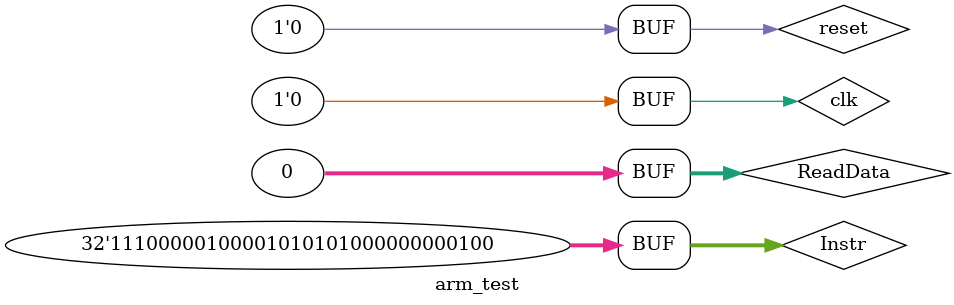
<source format=v>
`timescale 1ns / 1ps


module arm_test;

	// Inputs
	reg clk;
	reg reset;
	reg [31:0] Instr;
	reg [31:0] ReadData;

	// Outputs
	wire [31:0] PC;
	wire MemWrite;
	wire [31:0] ALUResult;
	wire [31:0] WriteData;

	// Instantiate the Unit Under Test (UUT)
	ARM uut (
		.clk(clk), 
		.reset(reset), 
		.PC(PC), 
		.Instr(Instr), 
		.MemWrite(MemWrite), 
		.ALUResult(ALUResult), 
		.WriteData(WriteData), 
		.ReadData(ReadData)
	);

	initial begin
		// Initialize Inputs
		clk = 0;
		reset = 0;
		Instr = 32'hE0855004;
		ReadData = 0;
		reset <= 1; # 22; reset <= 0;
		// Wait 100 ns for global reset to finish
		// Add stimulus here
    end

		always
			begin
				#20 clk=5;
				#20 clk=0;
			end
     /* always @(negedge clk)
				begin
				if(MemWrite) begin
				if(DataAdr === 100 & WriteData === 7) begin
					$display("Simulation succeeded");
					$stop;
				end else if (DataAdr !== 96) begin
					$display("Simulation failed");
					$stop;
				end
			end
		end*/
endmodule


</source>
